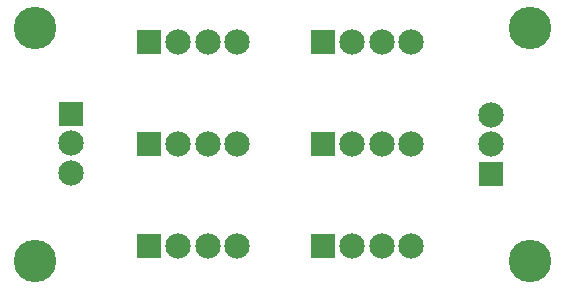
<source format=gbr>
G04 #@! TF.FileFunction,Soldermask,Top*
%FSLAX46Y46*%
G04 Gerber Fmt 4.6, Leading zero omitted, Abs format (unit mm)*
G04 Created by KiCad (PCBNEW 4.0.2+e4-6225~38~ubuntu15.04.1-stable) date zo 31 jul 2016 22:39:55 CEST*
%MOMM*%
G01*
G04 APERTURE LIST*
%ADD10C,0.100000*%
%ADD11R,2.150000X2.150000*%
%ADD12C,2.150000*%
%ADD13C,3.600000*%
G04 APERTURE END LIST*
D10*
D11*
X166624000Y-120904000D03*
D12*
X169124000Y-120904000D03*
X171624000Y-120904000D03*
X174124000Y-120904000D03*
D13*
X184150000Y-130810000D03*
X184150000Y-111125000D03*
X142240000Y-130810000D03*
X142240000Y-111125000D03*
D11*
X145288000Y-118364000D03*
D12*
X145288000Y-120864000D03*
X145288000Y-123364000D03*
D11*
X151892000Y-112268000D03*
D12*
X154392000Y-112268000D03*
X156892000Y-112268000D03*
X159392000Y-112268000D03*
D11*
X151892000Y-120904000D03*
D12*
X154392000Y-120904000D03*
X156892000Y-120904000D03*
X159392000Y-120904000D03*
D11*
X151892000Y-129540000D03*
D12*
X154392000Y-129540000D03*
X156892000Y-129540000D03*
X159392000Y-129540000D03*
D11*
X166624000Y-129540000D03*
D12*
X169124000Y-129540000D03*
X171624000Y-129540000D03*
X174124000Y-129540000D03*
D11*
X166624000Y-112268000D03*
D12*
X169124000Y-112268000D03*
X171624000Y-112268000D03*
X174124000Y-112268000D03*
D11*
X180848000Y-123444000D03*
D12*
X180848000Y-120944000D03*
X180848000Y-118444000D03*
M02*

</source>
